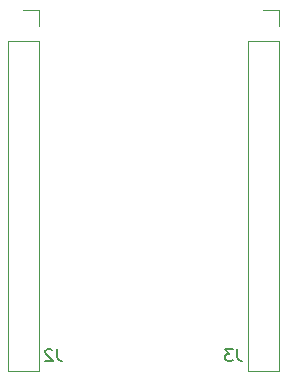
<source format=gbr>
%TF.GenerationSoftware,KiCad,Pcbnew,(5.0.2)-1*%
%TF.CreationDate,2019-02-28T15:11:48+01:00*%
%TF.ProjectId,STM32nano,53544d33-326e-4616-9e6f-2e6b69636164,rev?*%
%TF.SameCoordinates,Original*%
%TF.FileFunction,Legend,Bot*%
%TF.FilePolarity,Positive*%
%FSLAX46Y46*%
G04 Gerber Fmt 4.6, Leading zero omitted, Abs format (unit mm)*
G04 Created by KiCad (PCBNEW (5.0.2)-1) date 28/02/2019 15:11:48*
%MOMM*%
%LPD*%
G01*
G04 APERTURE LIST*
%ADD10C,0.120000*%
%ADD11C,0.150000*%
G04 APERTURE END LIST*
D10*
X125790000Y-85030000D02*
X124460000Y-85030000D01*
X125790000Y-86360000D02*
X125790000Y-85030000D01*
X125790000Y-87630000D02*
X123130000Y-87630000D01*
X123130000Y-87630000D02*
X123130000Y-115630000D01*
X125790000Y-87630000D02*
X125790000Y-115630000D01*
X125790000Y-115630000D02*
X123130000Y-115630000D01*
X146110000Y-115630000D02*
X143450000Y-115630000D01*
X146110000Y-87630000D02*
X146110000Y-115630000D01*
X143450000Y-87630000D02*
X143450000Y-115630000D01*
X146110000Y-87630000D02*
X143450000Y-87630000D01*
X146110000Y-86360000D02*
X146110000Y-85030000D01*
X146110000Y-85030000D02*
X144780000Y-85030000D01*
D11*
X127333333Y-113752380D02*
X127333333Y-114466666D01*
X127380952Y-114609523D01*
X127476190Y-114704761D01*
X127619047Y-114752380D01*
X127714285Y-114752380D01*
X126904761Y-113847619D02*
X126857142Y-113800000D01*
X126761904Y-113752380D01*
X126523809Y-113752380D01*
X126428571Y-113800000D01*
X126380952Y-113847619D01*
X126333333Y-113942857D01*
X126333333Y-114038095D01*
X126380952Y-114180952D01*
X126952380Y-114752380D01*
X126333333Y-114752380D01*
X142573333Y-113752380D02*
X142573333Y-114466666D01*
X142620952Y-114609523D01*
X142716190Y-114704761D01*
X142859047Y-114752380D01*
X142954285Y-114752380D01*
X142192380Y-113752380D02*
X141573333Y-113752380D01*
X141906666Y-114133333D01*
X141763809Y-114133333D01*
X141668571Y-114180952D01*
X141620952Y-114228571D01*
X141573333Y-114323809D01*
X141573333Y-114561904D01*
X141620952Y-114657142D01*
X141668571Y-114704761D01*
X141763809Y-114752380D01*
X142049523Y-114752380D01*
X142144761Y-114704761D01*
X142192380Y-114657142D01*
M02*

</source>
